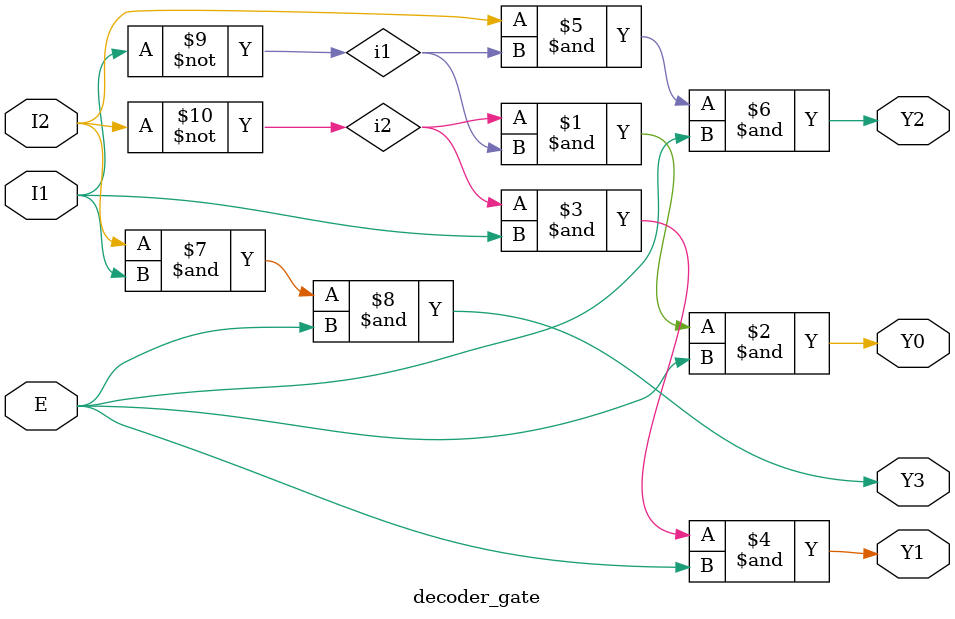
<source format=v>
`timescale 1ns / 1ps


module decoder_gate(
    input E,I1,I2,
    output Y0,Y1,Y2,Y3
    );
    wire i1,i2;
    not ins1(i1, I1);
    not ins2(i2, I2);
    and in1(Y0, i2, i1, E);
    and in2(Y1, i2, I1, E);
    and in3(Y2, I2, i1, E);
    and in4(Y3, I2, I1, E);
endmodule

</source>
